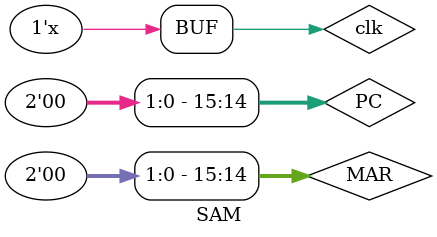
<source format=v>
`timescale 1ns/1ps

module SAM();
  reg clk;

// TODO: you may alter the type of registers to wire (e.g. reg RW -> wire RW) if necessary
  reg [15:0] PC;
  reg [15:0] AC, MAR, MBR, IR;
  reg [15:0] ABUS, RBUS, MBUS;
  reg [15:0] ADDRESS_BUS, DATA_BUS;
  reg RW, REQUEST;
  wire WAIT;

  reg [15:0] ALU_A, ALU_B;
  reg ALU_ADD, ALU_PASS_B;
  reg [15:0] ALU_RESULT;

  wire [21:0] b;
  controller my_controller(clk, WAIT, IR[15], AC[15], IR[14], b);

  wire [15:0] data_bus_t;
  always @ ( RW ) if (RW) DATA_BUS = data_bus_t;
  Memory my_memory(ADDRESS_BUS, REQUEST, RW, WAIT, DATA_BUS, data_bus_t);

  // initial settings
  // TODO : add any initialization process if required (not necessary)
  initial begin
    clk = 0;
    AC = 0;
    IR = 0;
    ADDRESS_BUS = 0;
    PC = 0;
    MAR = 0;
  end
  always begin
    clk = ~clk; #1;
  end

  // ALU implementation
  always @ (ALU_ADD or ALU_PASS_B or ALU_A or ALU_B )begin
    if (ALU_ADD) ALU_RESULT = ALU_A + ALU_B;
    else if (ALU_PASS_B) ALU_RESULT = ALU_B;
  end

  always @ ( negedge clk ) begin
    // TODO: refer to lecture note, page 46

    // ABUS
    if (b[21]) ABUS = PC;
    if (b[20]) ABUS = IR;
    if (b[19]) ABUS = MBR;
    
    // RBUS
    if (b[1]) RBUS = AC;
    if (b[0]) RBUS = ALU_RESULT;

    // AC
    if (b[18]) AC = RBUS;

    // BUS
    if (b[13]) ADDRESS_BUS = MAR;
    if (b[12]) DATA_BUS = MBR;
    RW = b[3];
    REQUEST = b[2];
    if (b[11]) IR = ABUS;
    if (b[10]) MAR[13:0] = ABUS[13:0];
    if (b[8]) MBR = RBUS;

    // PC
    if (b[6]) PC[13:0] = 0;
    if (b[5]) PC[13:0] = PC[13:0] + 2;
    if (b[4]) PC[13:0] = ABUS[13:0];
    
  end


  always @ (b or AC or MBUS) begin
    
    // ALU
    if (b[7]) MBUS = MBR;
    if (b[17]) ALU_A = AC;
    if (b[16]) ALU_B = MBUS;
    ALU_ADD = b[15];
    ALU_PASS_B = b[14];
  end

  always @ (b or DATA_BUS) if (b[9]) MBR = DATA_BUS;

endmodule

</source>
